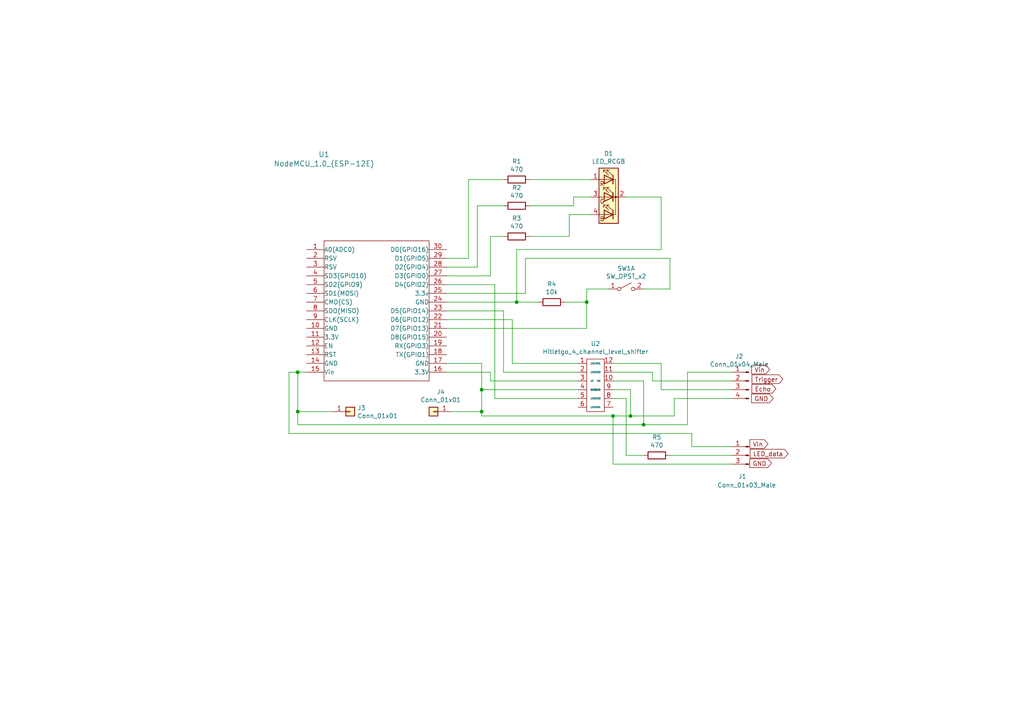
<source format=kicad_sch>
(kicad_sch (version 20211123) (generator eeschema)

  (uuid e9bb29b2-2bb9-4ea2-acd9-2bb3ca677a12)

  (paper "A4")

  (lib_symbols
    (symbol "Connector:Conn_01x03_Male" (pin_names (offset 1.016) hide) (in_bom yes) (on_board yes)
      (property "Reference" "J" (id 0) (at 0 5.08 0)
        (effects (font (size 1.27 1.27)))
      )
      (property "Value" "Conn_01x03_Male" (id 1) (at 0 -5.08 0)
        (effects (font (size 1.27 1.27)))
      )
      (property "Footprint" "" (id 2) (at 0 0 0)
        (effects (font (size 1.27 1.27)) hide)
      )
      (property "Datasheet" "~" (id 3) (at 0 0 0)
        (effects (font (size 1.27 1.27)) hide)
      )
      (property "ki_keywords" "connector" (id 4) (at 0 0 0)
        (effects (font (size 1.27 1.27)) hide)
      )
      (property "ki_description" "Generic connector, single row, 01x03, script generated (kicad-library-utils/schlib/autogen/connector/)" (id 5) (at 0 0 0)
        (effects (font (size 1.27 1.27)) hide)
      )
      (property "ki_fp_filters" "Connector*:*_1x??_*" (id 6) (at 0 0 0)
        (effects (font (size 1.27 1.27)) hide)
      )
      (symbol "Conn_01x03_Male_1_1"
        (polyline
          (pts
            (xy 1.27 -2.54)
            (xy 0.8636 -2.54)
          )
          (stroke (width 0.1524) (type default) (color 0 0 0 0))
          (fill (type none))
        )
        (polyline
          (pts
            (xy 1.27 0)
            (xy 0.8636 0)
          )
          (stroke (width 0.1524) (type default) (color 0 0 0 0))
          (fill (type none))
        )
        (polyline
          (pts
            (xy 1.27 2.54)
            (xy 0.8636 2.54)
          )
          (stroke (width 0.1524) (type default) (color 0 0 0 0))
          (fill (type none))
        )
        (rectangle (start 0.8636 -2.413) (end 0 -2.667)
          (stroke (width 0.1524) (type default) (color 0 0 0 0))
          (fill (type outline))
        )
        (rectangle (start 0.8636 0.127) (end 0 -0.127)
          (stroke (width 0.1524) (type default) (color 0 0 0 0))
          (fill (type outline))
        )
        (rectangle (start 0.8636 2.667) (end 0 2.413)
          (stroke (width 0.1524) (type default) (color 0 0 0 0))
          (fill (type outline))
        )
        (pin passive line (at 5.08 2.54 180) (length 3.81)
          (name "Pin_1" (effects (font (size 1.27 1.27))))
          (number "1" (effects (font (size 1.27 1.27))))
        )
        (pin passive line (at 5.08 0 180) (length 3.81)
          (name "Pin_2" (effects (font (size 1.27 1.27))))
          (number "2" (effects (font (size 1.27 1.27))))
        )
        (pin passive line (at 5.08 -2.54 180) (length 3.81)
          (name "Pin_3" (effects (font (size 1.27 1.27))))
          (number "3" (effects (font (size 1.27 1.27))))
        )
      )
    )
    (symbol "Connector:Conn_01x04_Male" (pin_names (offset 1.016) hide) (in_bom yes) (on_board yes)
      (property "Reference" "J" (id 0) (at 0 5.08 0)
        (effects (font (size 1.27 1.27)))
      )
      (property "Value" "Conn_01x04_Male" (id 1) (at 0 -7.62 0)
        (effects (font (size 1.27 1.27)))
      )
      (property "Footprint" "" (id 2) (at 0 0 0)
        (effects (font (size 1.27 1.27)) hide)
      )
      (property "Datasheet" "~" (id 3) (at 0 0 0)
        (effects (font (size 1.27 1.27)) hide)
      )
      (property "ki_keywords" "connector" (id 4) (at 0 0 0)
        (effects (font (size 1.27 1.27)) hide)
      )
      (property "ki_description" "Generic connector, single row, 01x04, script generated (kicad-library-utils/schlib/autogen/connector/)" (id 5) (at 0 0 0)
        (effects (font (size 1.27 1.27)) hide)
      )
      (property "ki_fp_filters" "Connector*:*_1x??_*" (id 6) (at 0 0 0)
        (effects (font (size 1.27 1.27)) hide)
      )
      (symbol "Conn_01x04_Male_1_1"
        (polyline
          (pts
            (xy 1.27 -5.08)
            (xy 0.8636 -5.08)
          )
          (stroke (width 0.1524) (type default) (color 0 0 0 0))
          (fill (type none))
        )
        (polyline
          (pts
            (xy 1.27 -2.54)
            (xy 0.8636 -2.54)
          )
          (stroke (width 0.1524) (type default) (color 0 0 0 0))
          (fill (type none))
        )
        (polyline
          (pts
            (xy 1.27 0)
            (xy 0.8636 0)
          )
          (stroke (width 0.1524) (type default) (color 0 0 0 0))
          (fill (type none))
        )
        (polyline
          (pts
            (xy 1.27 2.54)
            (xy 0.8636 2.54)
          )
          (stroke (width 0.1524) (type default) (color 0 0 0 0))
          (fill (type none))
        )
        (rectangle (start 0.8636 -4.953) (end 0 -5.207)
          (stroke (width 0.1524) (type default) (color 0 0 0 0))
          (fill (type outline))
        )
        (rectangle (start 0.8636 -2.413) (end 0 -2.667)
          (stroke (width 0.1524) (type default) (color 0 0 0 0))
          (fill (type outline))
        )
        (rectangle (start 0.8636 0.127) (end 0 -0.127)
          (stroke (width 0.1524) (type default) (color 0 0 0 0))
          (fill (type outline))
        )
        (rectangle (start 0.8636 2.667) (end 0 2.413)
          (stroke (width 0.1524) (type default) (color 0 0 0 0))
          (fill (type outline))
        )
        (pin passive line (at 5.08 2.54 180) (length 3.81)
          (name "Pin_1" (effects (font (size 1.27 1.27))))
          (number "1" (effects (font (size 1.27 1.27))))
        )
        (pin passive line (at 5.08 0 180) (length 3.81)
          (name "Pin_2" (effects (font (size 1.27 1.27))))
          (number "2" (effects (font (size 1.27 1.27))))
        )
        (pin passive line (at 5.08 -2.54 180) (length 3.81)
          (name "Pin_3" (effects (font (size 1.27 1.27))))
          (number "3" (effects (font (size 1.27 1.27))))
        )
        (pin passive line (at 5.08 -5.08 180) (length 3.81)
          (name "Pin_4" (effects (font (size 1.27 1.27))))
          (number "4" (effects (font (size 1.27 1.27))))
        )
      )
    )
    (symbol "Connector_Generic:Conn_01x01" (pin_names (offset 1.016) hide) (in_bom yes) (on_board yes)
      (property "Reference" "J" (id 0) (at 0 2.54 0)
        (effects (font (size 1.27 1.27)))
      )
      (property "Value" "Conn_01x01" (id 1) (at 0 -2.54 0)
        (effects (font (size 1.27 1.27)))
      )
      (property "Footprint" "" (id 2) (at 0 0 0)
        (effects (font (size 1.27 1.27)) hide)
      )
      (property "Datasheet" "~" (id 3) (at 0 0 0)
        (effects (font (size 1.27 1.27)) hide)
      )
      (property "ki_keywords" "connector" (id 4) (at 0 0 0)
        (effects (font (size 1.27 1.27)) hide)
      )
      (property "ki_description" "Generic connector, single row, 01x01, script generated (kicad-library-utils/schlib/autogen/connector/)" (id 5) (at 0 0 0)
        (effects (font (size 1.27 1.27)) hide)
      )
      (property "ki_fp_filters" "Connector*:*_1x??_*" (id 6) (at 0 0 0)
        (effects (font (size 1.27 1.27)) hide)
      )
      (symbol "Conn_01x01_1_1"
        (rectangle (start -1.27 0.127) (end 0 -0.127)
          (stroke (width 0.1524) (type default) (color 0 0 0 0))
          (fill (type none))
        )
        (rectangle (start -1.27 1.27) (end 1.27 -1.27)
          (stroke (width 0.254) (type default) (color 0 0 0 0))
          (fill (type background))
        )
        (pin passive line (at -5.08 0 0) (length 3.81)
          (name "Pin_1" (effects (font (size 1.27 1.27))))
          (number "1" (effects (font (size 1.27 1.27))))
        )
      )
    )
    (symbol "Device:LED_RKGB" (pin_names (offset 0) hide) (in_bom yes) (on_board yes)
      (property "Reference" "D" (id 0) (at 0 9.398 0)
        (effects (font (size 1.27 1.27)))
      )
      (property "Value" "LED_RKGB" (id 1) (at 0 -8.89 0)
        (effects (font (size 1.27 1.27)))
      )
      (property "Footprint" "" (id 2) (at 0 -1.27 0)
        (effects (font (size 1.27 1.27)) hide)
      )
      (property "Datasheet" "~" (id 3) (at 0 -1.27 0)
        (effects (font (size 1.27 1.27)) hide)
      )
      (property "ki_keywords" "LED RGB diode" (id 4) (at 0 0 0)
        (effects (font (size 1.27 1.27)) hide)
      )
      (property "ki_description" "RGB LED, red/cathode/green/blue" (id 5) (at 0 0 0)
        (effects (font (size 1.27 1.27)) hide)
      )
      (property "ki_fp_filters" "LED* LED_SMD:* LED_THT:*" (id 6) (at 0 0 0)
        (effects (font (size 1.27 1.27)) hide)
      )
      (symbol "LED_RKGB_0_0"
        (text "B" (at 1.905 -6.35 0)
          (effects (font (size 1.27 1.27)))
        )
        (text "G" (at 1.905 -1.27 0)
          (effects (font (size 1.27 1.27)))
        )
        (text "R" (at 1.905 3.81 0)
          (effects (font (size 1.27 1.27)))
        )
      )
      (symbol "LED_RKGB_0_1"
        (circle (center -2.032 0) (radius 0.254)
          (stroke (width 0) (type default) (color 0 0 0 0))
          (fill (type outline))
        )
        (polyline
          (pts
            (xy -1.27 -5.08)
            (xy 1.27 -5.08)
          )
          (stroke (width 0) (type default) (color 0 0 0 0))
          (fill (type none))
        )
        (polyline
          (pts
            (xy -1.27 -3.81)
            (xy -1.27 -6.35)
          )
          (stroke (width 0.254) (type default) (color 0 0 0 0))
          (fill (type none))
        )
        (polyline
          (pts
            (xy -1.27 0)
            (xy -2.54 0)
          )
          (stroke (width 0) (type default) (color 0 0 0 0))
          (fill (type none))
        )
        (polyline
          (pts
            (xy -1.27 1.27)
            (xy -1.27 -1.27)
          )
          (stroke (width 0.254) (type default) (color 0 0 0 0))
          (fill (type none))
        )
        (polyline
          (pts
            (xy -1.27 5.08)
            (xy 1.27 5.08)
          )
          (stroke (width 0) (type default) (color 0 0 0 0))
          (fill (type none))
        )
        (polyline
          (pts
            (xy -1.27 6.35)
            (xy -1.27 3.81)
          )
          (stroke (width 0.254) (type default) (color 0 0 0 0))
          (fill (type none))
        )
        (polyline
          (pts
            (xy 1.27 -5.08)
            (xy 2.54 -5.08)
          )
          (stroke (width 0) (type default) (color 0 0 0 0))
          (fill (type none))
        )
        (polyline
          (pts
            (xy 1.27 0)
            (xy -1.27 0)
          )
          (stroke (width 0) (type default) (color 0 0 0 0))
          (fill (type none))
        )
        (polyline
          (pts
            (xy 1.27 0)
            (xy 2.54 0)
          )
          (stroke (width 0) (type default) (color 0 0 0 0))
          (fill (type none))
        )
        (polyline
          (pts
            (xy 1.27 5.08)
            (xy 2.54 5.08)
          )
          (stroke (width 0) (type default) (color 0 0 0 0))
          (fill (type none))
        )
        (polyline
          (pts
            (xy -1.27 1.27)
            (xy -1.27 -1.27)
            (xy -1.27 -1.27)
          )
          (stroke (width 0) (type default) (color 0 0 0 0))
          (fill (type none))
        )
        (polyline
          (pts
            (xy -1.27 6.35)
            (xy -1.27 3.81)
            (xy -1.27 3.81)
          )
          (stroke (width 0) (type default) (color 0 0 0 0))
          (fill (type none))
        )
        (polyline
          (pts
            (xy -1.27 5.08)
            (xy -2.032 5.08)
            (xy -2.032 -5.08)
            (xy -1.016 -5.08)
          )
          (stroke (width 0) (type default) (color 0 0 0 0))
          (fill (type none))
        )
        (polyline
          (pts
            (xy 1.27 -3.81)
            (xy 1.27 -6.35)
            (xy -1.27 -5.08)
            (xy 1.27 -3.81)
          )
          (stroke (width 0.254) (type default) (color 0 0 0 0))
          (fill (type none))
        )
        (polyline
          (pts
            (xy 1.27 1.27)
            (xy 1.27 -1.27)
            (xy -1.27 0)
            (xy 1.27 1.27)
          )
          (stroke (width 0.254) (type default) (color 0 0 0 0))
          (fill (type none))
        )
        (polyline
          (pts
            (xy 1.27 6.35)
            (xy 1.27 3.81)
            (xy -1.27 5.08)
            (xy 1.27 6.35)
          )
          (stroke (width 0.254) (type default) (color 0 0 0 0))
          (fill (type none))
        )
        (polyline
          (pts
            (xy -1.016 -3.81)
            (xy 0.508 -2.286)
            (xy -0.254 -2.286)
            (xy 0.508 -2.286)
            (xy 0.508 -3.048)
          )
          (stroke (width 0) (type default) (color 0 0 0 0))
          (fill (type none))
        )
        (polyline
          (pts
            (xy -1.016 1.27)
            (xy 0.508 2.794)
            (xy -0.254 2.794)
            (xy 0.508 2.794)
            (xy 0.508 2.032)
          )
          (stroke (width 0) (type default) (color 0 0 0 0))
          (fill (type none))
        )
        (polyline
          (pts
            (xy -1.016 6.35)
            (xy 0.508 7.874)
            (xy -0.254 7.874)
            (xy 0.508 7.874)
            (xy 0.508 7.112)
          )
          (stroke (width 0) (type default) (color 0 0 0 0))
          (fill (type none))
        )
        (polyline
          (pts
            (xy 0 -3.81)
            (xy 1.524 -2.286)
            (xy 0.762 -2.286)
            (xy 1.524 -2.286)
            (xy 1.524 -3.048)
          )
          (stroke (width 0) (type default) (color 0 0 0 0))
          (fill (type none))
        )
        (polyline
          (pts
            (xy 0 1.27)
            (xy 1.524 2.794)
            (xy 0.762 2.794)
            (xy 1.524 2.794)
            (xy 1.524 2.032)
          )
          (stroke (width 0) (type default) (color 0 0 0 0))
          (fill (type none))
        )
        (polyline
          (pts
            (xy 0 6.35)
            (xy 1.524 7.874)
            (xy 0.762 7.874)
            (xy 1.524 7.874)
            (xy 1.524 7.112)
          )
          (stroke (width 0) (type default) (color 0 0 0 0))
          (fill (type none))
        )
        (rectangle (start 1.27 -1.27) (end 1.27 1.27)
          (stroke (width 0) (type default) (color 0 0 0 0))
          (fill (type none))
        )
        (rectangle (start 1.27 1.27) (end 1.27 1.27)
          (stroke (width 0) (type default) (color 0 0 0 0))
          (fill (type none))
        )
        (rectangle (start 1.27 3.81) (end 1.27 6.35)
          (stroke (width 0) (type default) (color 0 0 0 0))
          (fill (type none))
        )
        (rectangle (start 1.27 6.35) (end 1.27 6.35)
          (stroke (width 0) (type default) (color 0 0 0 0))
          (fill (type none))
        )
        (rectangle (start 2.794 8.382) (end -2.794 -7.62)
          (stroke (width 0.254) (type default) (color 0 0 0 0))
          (fill (type background))
        )
      )
      (symbol "LED_RKGB_1_1"
        (pin passive line (at 5.08 5.08 180) (length 2.54)
          (name "RA" (effects (font (size 1.27 1.27))))
          (number "1" (effects (font (size 1.27 1.27))))
        )
        (pin passive line (at -5.08 0 0) (length 2.54)
          (name "K" (effects (font (size 1.27 1.27))))
          (number "2" (effects (font (size 1.27 1.27))))
        )
        (pin passive line (at 5.08 0 180) (length 2.54)
          (name "GA" (effects (font (size 1.27 1.27))))
          (number "3" (effects (font (size 1.27 1.27))))
        )
        (pin passive line (at 5.08 -5.08 180) (length 2.54)
          (name "BA" (effects (font (size 1.27 1.27))))
          (number "4" (effects (font (size 1.27 1.27))))
        )
      )
    )
    (symbol "Device:R" (pin_numbers hide) (pin_names (offset 0)) (in_bom yes) (on_board yes)
      (property "Reference" "R" (id 0) (at 2.032 0 90)
        (effects (font (size 1.27 1.27)))
      )
      (property "Value" "R" (id 1) (at 0 0 90)
        (effects (font (size 1.27 1.27)))
      )
      (property "Footprint" "" (id 2) (at -1.778 0 90)
        (effects (font (size 1.27 1.27)) hide)
      )
      (property "Datasheet" "~" (id 3) (at 0 0 0)
        (effects (font (size 1.27 1.27)) hide)
      )
      (property "ki_keywords" "R res resistor" (id 4) (at 0 0 0)
        (effects (font (size 1.27 1.27)) hide)
      )
      (property "ki_description" "Resistor" (id 5) (at 0 0 0)
        (effects (font (size 1.27 1.27)) hide)
      )
      (property "ki_fp_filters" "R_*" (id 6) (at 0 0 0)
        (effects (font (size 1.27 1.27)) hide)
      )
      (symbol "R_0_1"
        (rectangle (start -1.016 -2.54) (end 1.016 2.54)
          (stroke (width 0.254) (type default) (color 0 0 0 0))
          (fill (type none))
        )
      )
      (symbol "R_1_1"
        (pin passive line (at 0 3.81 270) (length 1.27)
          (name "~" (effects (font (size 1.27 1.27))))
          (number "1" (effects (font (size 1.27 1.27))))
        )
        (pin passive line (at 0 -3.81 90) (length 1.27)
          (name "~" (effects (font (size 1.27 1.27))))
          (number "2" (effects (font (size 1.27 1.27))))
        )
      )
    )
    (symbol "Switch:SW_DPST_x2" (pin_names (offset 0) hide) (in_bom yes) (on_board yes)
      (property "Reference" "SW" (id 0) (at 0 3.175 0)
        (effects (font (size 1.27 1.27)))
      )
      (property "Value" "SW_DPST_x2" (id 1) (at 0 -2.54 0)
        (effects (font (size 1.27 1.27)))
      )
      (property "Footprint" "" (id 2) (at 0 0 0)
        (effects (font (size 1.27 1.27)) hide)
      )
      (property "Datasheet" "~" (id 3) (at 0 0 0)
        (effects (font (size 1.27 1.27)) hide)
      )
      (property "ki_keywords" "switch lever" (id 4) (at 0 0 0)
        (effects (font (size 1.27 1.27)) hide)
      )
      (property "ki_description" "Single Pole Single Throw (SPST) switch, separate symbol" (id 5) (at 0 0 0)
        (effects (font (size 1.27 1.27)) hide)
      )
      (symbol "SW_DPST_x2_0_0"
        (circle (center -2.032 0) (radius 0.508)
          (stroke (width 0) (type default) (color 0 0 0 0))
          (fill (type none))
        )
        (polyline
          (pts
            (xy -1.524 0.254)
            (xy 1.524 1.778)
          )
          (stroke (width 0) (type default) (color 0 0 0 0))
          (fill (type none))
        )
        (circle (center 2.032 0) (radius 0.508)
          (stroke (width 0) (type default) (color 0 0 0 0))
          (fill (type none))
        )
      )
      (symbol "SW_DPST_x2_1_1"
        (pin passive line (at -5.08 0 0) (length 2.54)
          (name "A" (effects (font (size 1.27 1.27))))
          (number "1" (effects (font (size 1.27 1.27))))
        )
        (pin passive line (at 5.08 0 180) (length 2.54)
          (name "B" (effects (font (size 1.27 1.27))))
          (number "2" (effects (font (size 1.27 1.27))))
        )
      )
      (symbol "SW_DPST_x2_2_1"
        (pin passive line (at -5.08 0 0) (length 2.54)
          (name "A" (effects (font (size 1.27 1.27))))
          (number "3" (effects (font (size 1.27 1.27))))
        )
        (pin passive line (at 5.08 0 180) (length 2.54)
          (name "B" (effects (font (size 1.27 1.27))))
          (number "4" (effects (font (size 1.27 1.27))))
        )
      )
    )
    (symbol "Tonys_KiCAD_symbol_library:Hitletgo_4_channel_level_shifter" (pin_names (offset 1.016)) (in_bom yes) (on_board yes)
      (property "Reference" "U" (id 0) (at 5.08 3.81 0)
        (effects (font (size 1.27 1.27)))
      )
      (property "Value" "Hitletgo_4_channel_level_shifter" (id 1) (at 5.08 6.35 0)
        (effects (font (size 1.27 1.27)))
      )
      (property "Footprint" "" (id 2) (at 0 0 0)
        (effects (font (size 1.27 1.27)) hide)
      )
      (property "Datasheet" "" (id 3) (at 0 0 0)
        (effects (font (size 1.27 1.27)) hide)
      )
      (symbol "Hitletgo_4_channel_level_shifter_0_1"
        (rectangle (start 2.54 -13.97) (end 7.62 1.27)
          (stroke (width 0) (type default) (color 0 0 0 0))
          (fill (type none))
        )
      )
      (symbol "Hitletgo_4_channel_level_shifter_1_1"
        (pin bidirectional line (at 0 0 0) (length 2.54)
          (name "LV1" (effects (font (size 0.508 0.508))))
          (number "1" (effects (font (size 1.27 1.27))))
        )
        (pin input line (at 10.16 -5.08 180) (length 2.54)
          (name "HV" (effects (font (size 0.508 0.508))))
          (number "10" (effects (font (size 1.27 1.27))))
        )
        (pin bidirectional line (at 10.16 -2.54 180) (length 2.54)
          (name "HV2" (effects (font (size 0.508 0.508))))
          (number "11" (effects (font (size 1.27 1.27))))
        )
        (pin bidirectional line (at 10.16 0 180) (length 2.54)
          (name "HV1" (effects (font (size 0.508 0.508))))
          (number "12" (effects (font (size 1.27 1.27))))
        )
        (pin bidirectional line (at 0 -2.54 0) (length 2.54)
          (name "LV2" (effects (font (size 0.508 0.508))))
          (number "2" (effects (font (size 1.27 1.27))))
        )
        (pin power_in line (at 0 -5.08 0) (length 2.54)
          (name "LV" (effects (font (size 0.508 0.508))))
          (number "3" (effects (font (size 1.27 1.27))))
        )
        (pin input line (at 0 -7.62 0) (length 2.54)
          (name "GND" (effects (font (size 0.508 0.508))))
          (number "4" (effects (font (size 1.27 1.27))))
        )
        (pin bidirectional line (at 0 -10.16 0) (length 2.54)
          (name "LV3" (effects (font (size 0.508 0.508))))
          (number "5" (effects (font (size 1.27 1.27))))
        )
        (pin bidirectional line (at 0 -12.7 0) (length 2.54)
          (name "LV4" (effects (font (size 0.508 0.508))))
          (number "6" (effects (font (size 1.27 1.27))))
        )
        (pin bidirectional line (at 10.16 -12.7 180) (length 2.54)
          (name "HV4" (effects (font (size 0.508 0.508))))
          (number "7" (effects (font (size 1.27 1.27))))
        )
        (pin bidirectional line (at 10.16 -10.16 180) (length 2.54)
          (name "HV3" (effects (font (size 0.508 0.508))))
          (number "8" (effects (font (size 1.27 1.27))))
        )
        (pin power_in line (at 10.16 -7.62 180) (length 2.54)
          (name "GND" (effects (font (size 0.508 0.508))))
          (number "9" (effects (font (size 1.27 1.27))))
        )
      )
    )
    (symbol "Tonys_KiCAD_symbol_library:Tony_ESP8266_12-E" (pin_names (offset 0.002)) (in_bom yes) (on_board yes)
      (property "Reference" "U" (id 0) (at 11.43 3.81 0)
        (effects (font (size 1.27 1.27)))
      )
      (property "Value" "Tony_ESP8266_12-E" (id 1) (at 11.43 6.35 0)
        (effects (font (size 1.27 1.27)))
      )
      (property "Footprint" "" (id 2) (at 0 0 0)
        (effects (font (size 1.27 1.27)) hide)
      )
      (property "Datasheet" "" (id 3) (at 0 0 0)
        (effects (font (size 1.27 1.27)) hide)
      )
      (symbol "Tony_ESP8266_12-E_0_1"
        (rectangle (start 0 2.54) (end 30.48 -38.1)
          (stroke (width 0) (type default) (color 0 0 0 0))
          (fill (type none))
        )
      )
      (symbol "Tony_ESP8266_12-E_1_1"
        (pin bidirectional line (at -5.08 0 0) (length 5.08)
          (name "A0(ADC0)" (effects (font (size 1.27 1.27))))
          (number "1" (effects (font (size 1.27 1.27))))
        )
        (pin bidirectional line (at -5.08 -22.86 0) (length 5.08)
          (name "GND" (effects (font (size 1.27 1.27))))
          (number "10" (effects (font (size 1.27 1.27))))
        )
        (pin bidirectional line (at -5.08 -25.4 0) (length 5.08)
          (name "3.3V" (effects (font (size 1.27 1.27))))
          (number "11" (effects (font (size 1.27 1.27))))
        )
        (pin bidirectional line (at -5.08 -27.94 0) (length 5.08)
          (name "EN" (effects (font (size 1.27 1.27))))
          (number "12" (effects (font (size 1.27 1.27))))
        )
        (pin bidirectional line (at -5.08 -30.48 0) (length 5.08)
          (name "RST" (effects (font (size 1.27 1.27))))
          (number "13" (effects (font (size 1.27 1.27))))
        )
        (pin bidirectional line (at -5.08 -33.02 0) (length 5.08)
          (name "GND" (effects (font (size 1.27 1.27))))
          (number "14" (effects (font (size 1.27 1.27))))
        )
        (pin bidirectional line (at -5.08 -35.56 0) (length 5.08)
          (name "Vin" (effects (font (size 1.27 1.27))))
          (number "15" (effects (font (size 1.27 1.27))))
        )
        (pin bidirectional line (at 35.56 -35.56 180) (length 5.08)
          (name "3.3V" (effects (font (size 1.27 1.27))))
          (number "16" (effects (font (size 1.27 1.27))))
        )
        (pin bidirectional line (at 35.56 -33.02 180) (length 5.08)
          (name "GND" (effects (font (size 1.27 1.27))))
          (number "17" (effects (font (size 1.27 1.27))))
        )
        (pin bidirectional line (at 35.56 -30.48 180) (length 5.08)
          (name "TX(GPIO1)" (effects (font (size 1.27 1.27))))
          (number "18" (effects (font (size 1.27 1.27))))
        )
        (pin bidirectional line (at 35.56 -27.94 180) (length 5.08)
          (name "RX(GPIO3)" (effects (font (size 1.27 1.27))))
          (number "19" (effects (font (size 1.27 1.27))))
        )
        (pin bidirectional line (at -5.08 -2.54 0) (length 5.08)
          (name "RSV" (effects (font (size 1.27 1.27))))
          (number "2" (effects (font (size 1.27 1.27))))
        )
        (pin bidirectional line (at 35.56 -25.4 180) (length 5.08)
          (name "D8(GPIO15)" (effects (font (size 1.27 1.27))))
          (number "20" (effects (font (size 1.27 1.27))))
        )
        (pin bidirectional line (at 35.56 -22.86 180) (length 5.08)
          (name "D7(GPIO13)" (effects (font (size 1.27 1.27))))
          (number "21" (effects (font (size 1.27 1.27))))
        )
        (pin bidirectional line (at 35.56 -20.32 180) (length 5.08)
          (name "D6(GPIO12)" (effects (font (size 1.27 1.27))))
          (number "22" (effects (font (size 1.27 1.27))))
        )
        (pin bidirectional line (at 35.56 -17.78 180) (length 5.08)
          (name "D5(GPIO14)" (effects (font (size 1.27 1.27))))
          (number "23" (effects (font (size 1.27 1.27))))
        )
        (pin bidirectional line (at 35.56 -15.24 180) (length 5.08)
          (name "GND" (effects (font (size 1.27 1.27))))
          (number "24" (effects (font (size 1.27 1.27))))
        )
        (pin bidirectional line (at 35.56 -12.7 180) (length 5.08)
          (name "3.3v" (effects (font (size 1.27 1.27))))
          (number "25" (effects (font (size 1.27 1.27))))
        )
        (pin bidirectional line (at 35.56 -10.16 180) (length 5.08)
          (name "D4(GPIO2)" (effects (font (size 1.27 1.27))))
          (number "26" (effects (font (size 1.27 1.27))))
        )
        (pin bidirectional line (at 35.56 -7.62 180) (length 5.08)
          (name "D3(GPIO0)" (effects (font (size 1.27 1.27))))
          (number "27" (effects (font (size 1.27 1.27))))
        )
        (pin bidirectional line (at 35.56 -5.08 180) (length 5.08)
          (name "D2(GPIO4)" (effects (font (size 1.27 1.27))))
          (number "28" (effects (font (size 1.27 1.27))))
        )
        (pin bidirectional line (at 35.56 -2.54 180) (length 5.08)
          (name "D1(GPIO5)" (effects (font (size 1.27 1.27))))
          (number "29" (effects (font (size 1.27 1.27))))
        )
        (pin bidirectional line (at -5.08 -5.08 0) (length 5.08)
          (name "RSV" (effects (font (size 1.27 1.27))))
          (number "3" (effects (font (size 1.27 1.27))))
        )
        (pin bidirectional line (at 35.56 0 180) (length 5.08)
          (name "D0(GPIO16)" (effects (font (size 1.27 1.27))))
          (number "30" (effects (font (size 1.27 1.27))))
        )
        (pin bidirectional line (at -5.08 -7.62 0) (length 5.08)
          (name "SD3(GPIO10)" (effects (font (size 1.27 1.27))))
          (number "4" (effects (font (size 1.27 1.27))))
        )
        (pin bidirectional line (at -5.08 -10.16 0) (length 5.08)
          (name "SD2(GPIO9)" (effects (font (size 1.27 1.27))))
          (number "5" (effects (font (size 1.27 1.27))))
        )
        (pin bidirectional line (at -5.08 -12.7 0) (length 5.08)
          (name "SD1(MOSI)" (effects (font (size 1.27 1.27))))
          (number "6" (effects (font (size 1.27 1.27))))
        )
        (pin bidirectional line (at -5.08 -15.24 0) (length 5.08)
          (name "CMD(CS)" (effects (font (size 1.27 1.27))))
          (number "7" (effects (font (size 1.27 1.27))))
        )
        (pin bidirectional line (at -5.08 -17.78 0) (length 5.08)
          (name "SDO(MISO)" (effects (font (size 1.27 1.27))))
          (number "8" (effects (font (size 1.27 1.27))))
        )
        (pin bidirectional line (at -5.08 -20.32 0) (length 5.08)
          (name "CLK(SCLK)" (effects (font (size 1.27 1.27))))
          (number "9" (effects (font (size 1.27 1.27))))
        )
      )
    )
  )

  (junction (at 170.18 87.63) (diameter 0) (color 0 0 0 0)
    (uuid 11d998c8-ac92-4359-96f0-adb6803adb31)
  )
  (junction (at 149.86 87.63) (diameter 0) (color 0 0 0 0)
    (uuid 2bab8c88-dab5-4dee-ab13-2da69231d870)
  )
  (junction (at 86.36 107.95) (diameter 0) (color 0 0 0 0)
    (uuid 3b046cd7-3480-468c-84a4-f6b1cff23fd2)
  )
  (junction (at 139.7 113.03) (diameter 0) (color 0 0 0 0)
    (uuid 7ece08f2-b534-4002-b535-b48e378d3964)
  )
  (junction (at 177.8 120.65) (diameter 0) (color 0 0 0 0)
    (uuid 850ac799-4c11-460d-bcfd-9abda9df7d90)
  )
  (junction (at 186.69 123.19) (diameter 0) (color 0 0 0 0)
    (uuid c856be81-e7e0-4ff4-b909-dcae378f8030)
  )
  (junction (at 182.88 120.65) (diameter 0) (color 0 0 0 0)
    (uuid cf4e362e-baf2-4af1-b123-ac9e67aaaa97)
  )
  (junction (at 86.36 119.38) (diameter 0) (color 0 0 0 0)
    (uuid e9aa3606-e9b3-4824-b90b-c4ed7b54eb05)
  )
  (junction (at 139.7 119.38) (diameter 0) (color 0 0 0 0)
    (uuid eb58bcc2-8259-464b-ae27-3d9adc5289f2)
  )

  (wire (pts (xy 152.4 85.09) (xy 152.4 74.93))
    (stroke (width 0) (type default) (color 0 0 0 0))
    (uuid 0487e90b-0af1-4a68-bf3e-8376fc69e961)
  )
  (wire (pts (xy 191.77 57.15) (xy 191.77 72.39))
    (stroke (width 0) (type default) (color 0 0 0 0))
    (uuid 0bb11eb9-3fdd-40f9-8f79-ccc59220cb22)
  )
  (wire (pts (xy 152.4 74.93) (xy 194.31 74.93))
    (stroke (width 0) (type default) (color 0 0 0 0))
    (uuid 0bd4e476-40fa-4be1-8fcd-0476e30b16df)
  )
  (wire (pts (xy 191.77 105.41) (xy 191.77 113.03))
    (stroke (width 0) (type default) (color 0 0 0 0))
    (uuid 1680c791-9c96-4aa8-93b2-3d8249d97de6)
  )
  (wire (pts (xy 194.31 132.08) (xy 212.09 132.08))
    (stroke (width 0) (type default) (color 0 0 0 0))
    (uuid 169c0f09-388b-4320-a6c4-5368635bce1b)
  )
  (wire (pts (xy 143.51 115.57) (xy 143.51 82.55))
    (stroke (width 0) (type default) (color 0 0 0 0))
    (uuid 1e91d6af-57e8-4e83-8e91-a0da171f3a17)
  )
  (wire (pts (xy 181.61 57.15) (xy 191.77 57.15))
    (stroke (width 0) (type default) (color 0 0 0 0))
    (uuid 20d21d64-91fd-4413-926d-23e33e7b3348)
  )
  (wire (pts (xy 146.05 52.07) (xy 135.89 52.07))
    (stroke (width 0) (type default) (color 0 0 0 0))
    (uuid 20ef98e6-ac38-4cb8-a9f4-a07fd851e99b)
  )
  (wire (pts (xy 167.64 110.49) (xy 142.24 110.49))
    (stroke (width 0) (type default) (color 0 0 0 0))
    (uuid 2358b1d5-60b7-4470-ad90-3636b290e2fd)
  )
  (wire (pts (xy 86.36 119.38) (xy 86.36 107.95))
    (stroke (width 0) (type default) (color 0 0 0 0))
    (uuid 2493de45-4d97-4286-b256-935ef19213fa)
  )
  (wire (pts (xy 142.24 80.01) (xy 129.54 80.01))
    (stroke (width 0) (type default) (color 0 0 0 0))
    (uuid 28afb4bf-02d8-418e-8b48-d5e56e7de4d1)
  )
  (wire (pts (xy 199.39 123.19) (xy 186.69 123.19))
    (stroke (width 0) (type default) (color 0 0 0 0))
    (uuid 2d4dab27-decd-412e-a6eb-d3a504f28ba5)
  )
  (wire (pts (xy 170.18 87.63) (xy 170.18 95.25))
    (stroke (width 0) (type default) (color 0 0 0 0))
    (uuid 2f9fcc6a-8c44-408a-ac0f-68e492203a01)
  )
  (wire (pts (xy 212.09 107.95) (xy 199.39 107.95))
    (stroke (width 0) (type default) (color 0 0 0 0))
    (uuid 31026115-1de3-4ecc-a565-a85d2429048a)
  )
  (wire (pts (xy 194.31 74.93) (xy 194.31 83.82))
    (stroke (width 0) (type default) (color 0 0 0 0))
    (uuid 3c0bb851-668e-46ab-bc70-c3e9a0d03abd)
  )
  (wire (pts (xy 146.05 59.69) (xy 138.43 59.69))
    (stroke (width 0) (type default) (color 0 0 0 0))
    (uuid 3e2bff01-3d6d-4d9a-bfec-2e44793af877)
  )
  (wire (pts (xy 142.24 110.49) (xy 142.24 107.95))
    (stroke (width 0) (type default) (color 0 0 0 0))
    (uuid 3f07324d-e3f4-47a3-bd90-bc615903e66c)
  )
  (wire (pts (xy 182.88 113.03) (xy 182.88 120.65))
    (stroke (width 0) (type default) (color 0 0 0 0))
    (uuid 40b4f870-1be8-4eca-8458-3de365539954)
  )
  (wire (pts (xy 167.64 107.95) (xy 146.05 107.95))
    (stroke (width 0) (type default) (color 0 0 0 0))
    (uuid 48372f14-952c-4ead-9841-6a6b01cb6ba9)
  )
  (wire (pts (xy 139.7 120.65) (xy 139.7 119.38))
    (stroke (width 0) (type default) (color 0 0 0 0))
    (uuid 4ae0c32f-a99f-416f-8d54-152b68cf79b8)
  )
  (wire (pts (xy 149.86 87.63) (xy 156.21 87.63))
    (stroke (width 0) (type default) (color 0 0 0 0))
    (uuid 4ca50135-adc9-46f6-900d-ab33a49d286d)
  )
  (wire (pts (xy 149.86 72.39) (xy 149.86 87.63))
    (stroke (width 0) (type default) (color 0 0 0 0))
    (uuid 4cec68c7-93f7-4039-bf31-a841aa998dec)
  )
  (wire (pts (xy 86.36 107.95) (xy 88.9 107.95))
    (stroke (width 0) (type default) (color 0 0 0 0))
    (uuid 4ef0f428-16a1-4939-91ae-05461cd97072)
  )
  (wire (pts (xy 142.24 68.58) (xy 146.05 68.58))
    (stroke (width 0) (type default) (color 0 0 0 0))
    (uuid 5417bdee-f242-41df-af1c-09eb84af072b)
  )
  (wire (pts (xy 191.77 113.03) (xy 212.09 113.03))
    (stroke (width 0) (type default) (color 0 0 0 0))
    (uuid 553cc4ed-e59d-4532-9450-042d80004c77)
  )
  (wire (pts (xy 195.58 120.65) (xy 182.88 120.65))
    (stroke (width 0) (type default) (color 0 0 0 0))
    (uuid 58b31a51-421d-4a72-b6f0-311be57254cd)
  )
  (wire (pts (xy 153.67 68.58) (xy 165.1 68.58))
    (stroke (width 0) (type default) (color 0 0 0 0))
    (uuid 5d9e62fc-c62e-4a01-ae76-985571ba85ec)
  )
  (wire (pts (xy 129.54 77.47) (xy 138.43 77.47))
    (stroke (width 0) (type default) (color 0 0 0 0))
    (uuid 7620796a-b20f-4a45-a326-61d052e1152d)
  )
  (wire (pts (xy 86.36 119.38) (xy 96.52 119.38))
    (stroke (width 0) (type default) (color 0 0 0 0))
    (uuid 76840b46-93a4-4b66-b6b7-cd180293b6ab)
  )
  (wire (pts (xy 177.8 120.65) (xy 139.7 120.65))
    (stroke (width 0) (type default) (color 0 0 0 0))
    (uuid 79555416-b7e6-45cc-b0c4-9bb04b8cd290)
  )
  (wire (pts (xy 167.64 115.57) (xy 143.51 115.57))
    (stroke (width 0) (type default) (color 0 0 0 0))
    (uuid 79752b45-385a-4a60-bbba-a4319309abd4)
  )
  (wire (pts (xy 166.37 59.69) (xy 153.67 59.69))
    (stroke (width 0) (type default) (color 0 0 0 0))
    (uuid 797ddeea-bb44-4663-a91b-a69284185a77)
  )
  (wire (pts (xy 212.09 110.49) (xy 189.23 110.49))
    (stroke (width 0) (type default) (color 0 0 0 0))
    (uuid 7ab410b3-5318-4412-8648-7975c0934c16)
  )
  (wire (pts (xy 166.37 57.15) (xy 166.37 59.69))
    (stroke (width 0) (type default) (color 0 0 0 0))
    (uuid 8182470b-88c4-4a88-8fcf-7e57d00a9ce1)
  )
  (wire (pts (xy 86.36 123.19) (xy 86.36 119.38))
    (stroke (width 0) (type default) (color 0 0 0 0))
    (uuid 8ed39ca6-8496-4f6e-af13-0e20dc162001)
  )
  (wire (pts (xy 135.89 52.07) (xy 135.89 74.93))
    (stroke (width 0) (type default) (color 0 0 0 0))
    (uuid 8f03d1cf-4b89-4968-827c-2d1370e8f17e)
  )
  (wire (pts (xy 171.45 62.23) (xy 165.1 62.23))
    (stroke (width 0) (type default) (color 0 0 0 0))
    (uuid 924012b0-0e67-44ed-afb5-ab3738c79f0b)
  )
  (wire (pts (xy 177.8 105.41) (xy 191.77 105.41))
    (stroke (width 0) (type default) (color 0 0 0 0))
    (uuid 92ebf8bc-ac05-4106-bac7-7690309e4760)
  )
  (wire (pts (xy 146.05 90.17) (xy 129.54 90.17))
    (stroke (width 0) (type default) (color 0 0 0 0))
    (uuid 99022d38-f6a1-43fe-929c-f06087176082)
  )
  (wire (pts (xy 200.66 125.73) (xy 83.82 125.73))
    (stroke (width 0) (type default) (color 0 0 0 0))
    (uuid 99f87103-dcf8-41f5-a885-354f9c9ea9fe)
  )
  (wire (pts (xy 177.8 113.03) (xy 182.88 113.03))
    (stroke (width 0) (type default) (color 0 0 0 0))
    (uuid 9ae4023f-cf6d-4101-8f29-793dcdd72821)
  )
  (wire (pts (xy 148.59 105.41) (xy 148.59 92.71))
    (stroke (width 0) (type default) (color 0 0 0 0))
    (uuid 9eb9c20b-22e7-4b0a-97e7-df2da8afe24c)
  )
  (wire (pts (xy 200.66 129.54) (xy 200.66 125.73))
    (stroke (width 0) (type default) (color 0 0 0 0))
    (uuid 9f43516f-bd96-432f-af9b-acd9329ab2f3)
  )
  (wire (pts (xy 176.53 83.82) (xy 170.18 83.82))
    (stroke (width 0) (type default) (color 0 0 0 0))
    (uuid a38f3cd3-7834-4654-ae40-c52d45bcbcef)
  )
  (wire (pts (xy 139.7 113.03) (xy 139.7 105.41))
    (stroke (width 0) (type default) (color 0 0 0 0))
    (uuid a3f098b5-7cab-4437-ad9d-27bb93130de6)
  )
  (wire (pts (xy 167.64 105.41) (xy 148.59 105.41))
    (stroke (width 0) (type default) (color 0 0 0 0))
    (uuid a8be5c81-adb5-4b23-a634-737da7a71210)
  )
  (wire (pts (xy 143.51 82.55) (xy 129.54 82.55))
    (stroke (width 0) (type default) (color 0 0 0 0))
    (uuid a8f0f03a-27c0-4fb1-8d46-e8fce85aae25)
  )
  (wire (pts (xy 135.89 74.93) (xy 129.54 74.93))
    (stroke (width 0) (type default) (color 0 0 0 0))
    (uuid b05fc76f-dcd8-4069-83de-7870e5b1ffa3)
  )
  (wire (pts (xy 170.18 83.82) (xy 170.18 87.63))
    (stroke (width 0) (type default) (color 0 0 0 0))
    (uuid b46829c0-32a9-4d9d-8ac6-25aa79315430)
  )
  (wire (pts (xy 129.54 85.09) (xy 152.4 85.09))
    (stroke (width 0) (type default) (color 0 0 0 0))
    (uuid b5c39b4a-2f31-423a-9fb1-fbe62967e3b7)
  )
  (wire (pts (xy 130.81 119.38) (xy 139.7 119.38))
    (stroke (width 0) (type default) (color 0 0 0 0))
    (uuid bad530b2-f552-48dd-833c-b136691dc551)
  )
  (wire (pts (xy 212.09 134.62) (xy 177.8 134.62))
    (stroke (width 0) (type default) (color 0 0 0 0))
    (uuid cb438d68-5315-4731-95af-c2c59950bfa5)
  )
  (wire (pts (xy 139.7 113.03) (xy 167.64 113.03))
    (stroke (width 0) (type default) (color 0 0 0 0))
    (uuid cc9fe72f-c04b-43a6-b286-a7b1b69434f7)
  )
  (wire (pts (xy 191.77 72.39) (xy 149.86 72.39))
    (stroke (width 0) (type default) (color 0 0 0 0))
    (uuid d0070b28-dbd2-4674-843b-c7d856cb6f4a)
  )
  (wire (pts (xy 177.8 134.62) (xy 177.8 120.65))
    (stroke (width 0) (type default) (color 0 0 0 0))
    (uuid d0b90e5b-ab73-4a20-9019-e3e3ea35c986)
  )
  (wire (pts (xy 199.39 107.95) (xy 199.39 123.19))
    (stroke (width 0) (type default) (color 0 0 0 0))
    (uuid d1bbc2fe-536a-4f4c-a62f-62a57b2c93d6)
  )
  (wire (pts (xy 83.82 107.95) (xy 86.36 107.95))
    (stroke (width 0) (type default) (color 0 0 0 0))
    (uuid d2ba1b7a-2578-4c24-92bf-648ab97f7bc8)
  )
  (wire (pts (xy 138.43 59.69) (xy 138.43 77.47))
    (stroke (width 0) (type default) (color 0 0 0 0))
    (uuid d466c001-4b65-4c33-9c54-5bb4f9478605)
  )
  (wire (pts (xy 186.69 110.49) (xy 186.69 123.19))
    (stroke (width 0) (type default) (color 0 0 0 0))
    (uuid d495ce35-7221-4f32-9106-a3e6dfb00891)
  )
  (wire (pts (xy 189.23 110.49) (xy 189.23 107.95))
    (stroke (width 0) (type default) (color 0 0 0 0))
    (uuid d7ccf33f-5892-4906-9d99-8ac1df30eb57)
  )
  (wire (pts (xy 170.18 95.25) (xy 129.54 95.25))
    (stroke (width 0) (type default) (color 0 0 0 0))
    (uuid d9e666da-666c-44f0-9566-fff9599b72c4)
  )
  (wire (pts (xy 181.61 115.57) (xy 181.61 132.08))
    (stroke (width 0) (type default) (color 0 0 0 0))
    (uuid da3d4ecd-d3d9-4403-b811-4a5da0160d6f)
  )
  (wire (pts (xy 186.69 123.19) (xy 86.36 123.19))
    (stroke (width 0) (type default) (color 0 0 0 0))
    (uuid dda55060-3fe5-457d-ace6-63e69e15d89e)
  )
  (wire (pts (xy 165.1 62.23) (xy 165.1 68.58))
    (stroke (width 0) (type default) (color 0 0 0 0))
    (uuid df410e12-2be1-4233-9749-4ba7306f8952)
  )
  (wire (pts (xy 177.8 110.49) (xy 186.69 110.49))
    (stroke (width 0) (type default) (color 0 0 0 0))
    (uuid df94741d-9173-4448-8710-13edf94ab9ef)
  )
  (wire (pts (xy 186.69 83.82) (xy 194.31 83.82))
    (stroke (width 0) (type default) (color 0 0 0 0))
    (uuid e2e94b39-51c9-45c4-9446-b8a1ecd3f8d6)
  )
  (wire (pts (xy 129.54 87.63) (xy 149.86 87.63))
    (stroke (width 0) (type default) (color 0 0 0 0))
    (uuid ea496f8f-a13c-4e93-a35d-28384d298616)
  )
  (wire (pts (xy 148.59 92.71) (xy 129.54 92.71))
    (stroke (width 0) (type default) (color 0 0 0 0))
    (uuid ea5e0712-f7c3-4a2e-bf0c-7e05d807565d)
  )
  (wire (pts (xy 142.24 68.58) (xy 142.24 80.01))
    (stroke (width 0) (type default) (color 0 0 0 0))
    (uuid ea7fc63c-0a17-4907-a0e2-4488e53739fc)
  )
  (wire (pts (xy 212.09 115.57) (xy 195.58 115.57))
    (stroke (width 0) (type default) (color 0 0 0 0))
    (uuid eec0479b-40aa-44b2-9268-a18031343575)
  )
  (wire (pts (xy 212.09 129.54) (xy 200.66 129.54))
    (stroke (width 0) (type default) (color 0 0 0 0))
    (uuid eedd3bfa-26ba-4b41-82e8-5ff0fa841b88)
  )
  (wire (pts (xy 139.7 119.38) (xy 139.7 113.03))
    (stroke (width 0) (type default) (color 0 0 0 0))
    (uuid ef817f68-b201-4aeb-9510-ea143a09a8b6)
  )
  (wire (pts (xy 146.05 107.95) (xy 146.05 90.17))
    (stroke (width 0) (type default) (color 0 0 0 0))
    (uuid efb831a4-d1d5-49f3-b5af-9481fba0be11)
  )
  (wire (pts (xy 163.83 87.63) (xy 170.18 87.63))
    (stroke (width 0) (type default) (color 0 0 0 0))
    (uuid f0223db8-a923-421a-95fe-19b3e13fc460)
  )
  (wire (pts (xy 182.88 120.65) (xy 177.8 120.65))
    (stroke (width 0) (type default) (color 0 0 0 0))
    (uuid f06a10c2-159c-40aa-a20e-e21d594d6795)
  )
  (wire (pts (xy 181.61 115.57) (xy 177.8 115.57))
    (stroke (width 0) (type default) (color 0 0 0 0))
    (uuid f527b9f6-f0de-44b9-b872-2ed7ead4743e)
  )
  (wire (pts (xy 153.67 52.07) (xy 171.45 52.07))
    (stroke (width 0) (type default) (color 0 0 0 0))
    (uuid f8991efe-f1cc-4032-bd95-bf5102bd979b)
  )
  (wire (pts (xy 142.24 107.95) (xy 129.54 107.95))
    (stroke (width 0) (type default) (color 0 0 0 0))
    (uuid f924c3bb-41f0-481f-bbe5-1459075c0140)
  )
  (wire (pts (xy 171.45 57.15) (xy 166.37 57.15))
    (stroke (width 0) (type default) (color 0 0 0 0))
    (uuid f984ad1b-ca3d-459d-97be-a87ebba87310)
  )
  (wire (pts (xy 83.82 125.73) (xy 83.82 107.95))
    (stroke (width 0) (type default) (color 0 0 0 0))
    (uuid f9927e51-4448-4fc4-9e03-633cdb0d36e0)
  )
  (wire (pts (xy 186.69 132.08) (xy 181.61 132.08))
    (stroke (width 0) (type default) (color 0 0 0 0))
    (uuid fadd01f0-b6b6-4b0d-8d03-444eb09d7d20)
  )
  (wire (pts (xy 195.58 115.57) (xy 195.58 120.65))
    (stroke (width 0) (type default) (color 0 0 0 0))
    (uuid fbeef33b-e15b-40e0-9982-262b44bff623)
  )
  (wire (pts (xy 189.23 107.95) (xy 177.8 107.95))
    (stroke (width 0) (type default) (color 0 0 0 0))
    (uuid fd9e9107-6dc6-4f4c-96a1-bc5c0989fa62)
  )
  (wire (pts (xy 139.7 105.41) (xy 129.54 105.41))
    (stroke (width 0) (type default) (color 0 0 0 0))
    (uuid fedd3a38-fa4b-44f7-bd33-a11bf1c9c262)
  )

  (global_label "GND" (shape input) (at 223.774 134.366 180) (fields_autoplaced)
    (effects (font (size 1.27 1.27)) (justify right))
    (uuid 01e9b6e7-adf9-4ee7-9447-a588630ee4a2)
    (property "Intersheet References" "${INTERSHEET_REFS}" (id 0) (at 0 0 0)
      (effects (font (size 1.27 1.27)) hide)
    )
  )
  (global_label "Trigger" (shape input) (at 227.076 109.982 180) (fields_autoplaced)
    (effects (font (size 1.27 1.27)) (justify right))
    (uuid 4a21e717-d46d-4d9e-8b98-af4ecb02d3ec)
    (property "Intersheet References" "${INTERSHEET_REFS}" (id 0) (at 0 0 0)
      (effects (font (size 1.27 1.27)) hide)
    )
  )
  (global_label "Vin" (shape input) (at 223.266 107.188 180) (fields_autoplaced)
    (effects (font (size 1.27 1.27)) (justify right))
    (uuid 4fb21471-41be-4be8-9687-66030f97befc)
    (property "Intersheet References" "${INTERSHEET_REFS}" (id 0) (at 0 0 0)
      (effects (font (size 1.27 1.27)) hide)
    )
  )
  (global_label "Echo" (shape input) (at 225.044 112.776 180) (fields_autoplaced)
    (effects (font (size 1.27 1.27)) (justify right))
    (uuid 60dcd1fe-7079-4cb8-b509-04558ccf5097)
    (property "Intersheet References" "${INTERSHEET_REFS}" (id 0) (at 0 0 0)
      (effects (font (size 1.27 1.27)) hide)
    )
  )
  (global_label "Vin" (shape input) (at 222.758 128.778 180) (fields_autoplaced)
    (effects (font (size 1.27 1.27)) (justify right))
    (uuid 85b7594c-358f-454b-b2ad-dd0b1d67ed76)
    (property "Intersheet References" "${INTERSHEET_REFS}" (id 0) (at 0 0 0)
      (effects (font (size 1.27 1.27)) hide)
    )
  )
  (global_label "LED_data" (shape input) (at 228.6 131.572 180) (fields_autoplaced)
    (effects (font (size 1.27 1.27)) (justify right))
    (uuid a5cd8da1-8f7f-4f80-bb23-0317de562222)
    (property "Intersheet References" "${INTERSHEET_REFS}" (id 0) (at 0 0 0)
      (effects (font (size 1.27 1.27)) hide)
    )
  )
  (global_label "GND" (shape input) (at 224.282 115.57 180) (fields_autoplaced)
    (effects (font (size 1.27 1.27)) (justify right))
    (uuid dde51ae5-b215-445e-92bb-4a12ec410531)
    (property "Intersheet References" "${INTERSHEET_REFS}" (id 0) (at 0 0 0)
      (effects (font (size 1.27 1.27)) hide)
    )
  )

  (symbol (lib_id "Tonys_KiCAD_symbol_library:Tony_ESP8266_12-E") (at 93.98 72.39 0) (unit 1)
    (in_bom yes) (on_board yes)
    (uuid 00000000-0000-0000-0000-000060621bcd)
    (property "Reference" "U1" (id 0) (at 93.98 44.7802 0)
      (effects (font (size 1.524 1.524)))
    )
    (property "Value" "NodeMCU_1.0_(ESP-12E)" (id 1) (at 93.98 47.4726 0)
      (effects (font (size 1.524 1.524)))
    )
    (property "Footprint" "ESP8266:Tony-NodeMCU" (id 2) (at 93.98 72.39 0)
      (effects (font (size 1.27 1.27)) hide)
    )
    (property "Datasheet" "" (id 3) (at 93.98 72.39 0)
      (effects (font (size 1.27 1.27)) hide)
    )
    (pin "1" (uuid 050d48e9-9c9f-4074-9634-4be54ebb343b))
    (pin "10" (uuid 55189f5b-7889-4985-930d-46eade675f1d))
    (pin "11" (uuid 2089e40a-bc36-4da8-b94f-f363a3f3f68e))
    (pin "12" (uuid a78d6641-e24d-44c7-af44-1349d82c3523))
    (pin "13" (uuid 7332496b-88c1-4785-8808-5ae916715f9d))
    (pin "14" (uuid 64be2d25-5b4f-4166-ad84-9dd313e4e2ff))
    (pin "15" (uuid fa620072-2454-4788-97cf-71c8630c6347))
    (pin "16" (uuid ec89ffff-2d78-45d2-8bc3-9a403f2f930f))
    (pin "17" (uuid 02c57ab7-e948-4de1-bb27-15815119b2ce))
    (pin "18" (uuid efe2de85-376a-41dd-b4f6-21b7b3edebea))
    (pin "19" (uuid 606c41ca-4cb7-485b-bccf-758651d9256f))
    (pin "2" (uuid 4071d458-542f-43b0-9485-c496e9d834a9))
    (pin "20" (uuid 67b07587-d28c-4d8f-8a7e-127075c375da))
    (pin "21" (uuid fed67de7-f580-4459-b75f-0db0ada9f28c))
    (pin "22" (uuid b37bab49-d8e7-4408-8abe-e12901d04f52))
    (pin "23" (uuid 45ec0838-9c37-45fa-9494-db87e2cb6cf3))
    (pin "24" (uuid 01e93ef1-7ddf-49fc-9e50-c72b76d14ade))
    (pin "25" (uuid 7fd0d7da-14ee-41c6-be3b-1e2feb31d084))
    (pin "26" (uuid 0e677c85-3782-4cac-898b-a79bb3ec6e2d))
    (pin "27" (uuid 93e67e65-f4b3-425f-80b2-bf2d393b29cb))
    (pin "28" (uuid 29ca7108-6229-439c-8900-722479d4cda9))
    (pin "29" (uuid f0416734-1b43-4706-b615-06b9baa0c961))
    (pin "3" (uuid 84fdc29c-d882-4ad0-a0b5-b27a4644e0e4))
    (pin "30" (uuid c9f23183-b409-4920-ae67-5001f9a1be10))
    (pin "4" (uuid e3b2a559-fbde-41b3-9e19-acd353dcc6f2))
    (pin "5" (uuid 18860542-cdce-4e4c-bf8c-fea2aa2220c4))
    (pin "6" (uuid 44ff1eae-2a8c-4741-b4fa-1842a404283c))
    (pin "7" (uuid 965e1910-25e5-4c7f-af8f-66d105534d68))
    (pin "8" (uuid c294579c-2af4-47df-b688-e2281743d4b8))
    (pin "9" (uuid c214c112-ba47-4f4c-9f55-652074e9b98a))
  )

  (symbol (lib_id "Device:LED_RKGB") (at 176.53 57.15 0) (mirror y) (unit 1)
    (in_bom yes) (on_board yes)
    (uuid 00000000-0000-0000-0000-000060623987)
    (property "Reference" "D1" (id 0) (at 176.53 44.5262 0))
    (property "Value" "LED_RCGB" (id 1) (at 176.53 46.8376 0))
    (property "Footprint" "LED_THT:LED_D5.0mm-4_RGB" (id 2) (at 176.53 58.42 0)
      (effects (font (size 1.27 1.27)) hide)
    )
    (property "Datasheet" "~" (id 3) (at 176.53 58.42 0)
      (effects (font (size 1.27 1.27)) hide)
    )
    (pin "1" (uuid 994e6eb4-13c4-4909-8f58-f804846f1ffc))
    (pin "2" (uuid 097ecc12-7bf3-4ae1-8b6a-4b90a1b122f3))
    (pin "3" (uuid d993959d-1a31-4151-afcc-0e2d4b96dc5d))
    (pin "4" (uuid d460bfea-79d9-4cb6-bea5-cf8cdd7a9c4f))
  )

  (symbol (lib_id "Device:R") (at 149.86 52.07 270) (unit 1)
    (in_bom yes) (on_board yes)
    (uuid 00000000-0000-0000-0000-000060625342)
    (property "Reference" "R1" (id 0) (at 149.86 46.8122 90))
    (property "Value" "470" (id 1) (at 149.86 49.1236 90))
    (property "Footprint" "Resistor_THT:R_Axial_DIN0207_L6.3mm_D2.5mm_P7.62mm_Horizontal" (id 2) (at 149.86 50.292 90)
      (effects (font (size 1.27 1.27)) hide)
    )
    (property "Datasheet" "~" (id 3) (at 149.86 52.07 0)
      (effects (font (size 1.27 1.27)) hide)
    )
    (pin "1" (uuid 3b304ec2-c7e4-435a-bd7a-6ee2f1ec6cec))
    (pin "2" (uuid 2246ad33-cee4-486b-8ca1-cc7dcf755270))
  )

  (symbol (lib_id "Device:R") (at 149.86 59.69 270) (unit 1)
    (in_bom yes) (on_board yes)
    (uuid 00000000-0000-0000-0000-0000606258bd)
    (property "Reference" "R2" (id 0) (at 149.86 54.4322 90))
    (property "Value" "470" (id 1) (at 149.86 56.7436 90))
    (property "Footprint" "Resistor_THT:R_Axial_DIN0207_L6.3mm_D2.5mm_P7.62mm_Horizontal" (id 2) (at 149.86 57.912 90)
      (effects (font (size 1.27 1.27)) hide)
    )
    (property "Datasheet" "~" (id 3) (at 149.86 59.69 0)
      (effects (font (size 1.27 1.27)) hide)
    )
    (pin "1" (uuid 1146a680-2f89-4ca5-8192-cfbb902c43ca))
    (pin "2" (uuid 641a212e-98ab-4f50-a9ce-ee30449bef15))
  )

  (symbol (lib_id "Device:R") (at 149.86 68.58 270) (unit 1)
    (in_bom yes) (on_board yes)
    (uuid 00000000-0000-0000-0000-000060625b1a)
    (property "Reference" "R3" (id 0) (at 149.86 63.3222 90))
    (property "Value" "470" (id 1) (at 149.86 65.6336 90))
    (property "Footprint" "Resistor_THT:R_Axial_DIN0207_L6.3mm_D2.5mm_P7.62mm_Horizontal" (id 2) (at 149.86 66.802 90)
      (effects (font (size 1.27 1.27)) hide)
    )
    (property "Datasheet" "~" (id 3) (at 149.86 68.58 0)
      (effects (font (size 1.27 1.27)) hide)
    )
    (pin "1" (uuid 27d74198-473f-4754-8c15-9a40d15c6cfb))
    (pin "2" (uuid 2b37fb62-b839-4419-b09e-203cd08c2270))
  )

  (symbol (lib_id "Connector:Conn_01x04_Male") (at 217.17 110.49 0) (mirror y) (unit 1)
    (in_bom yes) (on_board yes)
    (uuid 00000000-0000-0000-0000-000060627942)
    (property "Reference" "J2" (id 0) (at 214.4268 103.3526 0))
    (property "Value" "Conn_01x04_Male" (id 1) (at 214.4268 105.664 0))
    (property "Footprint" "Connector_PinHeader_2.00mm:PinHeader_1x04_P2.00mm_Vertical" (id 2) (at 217.17 110.49 0)
      (effects (font (size 1.27 1.27)) hide)
    )
    (property "Datasheet" "~" (id 3) (at 217.17 110.49 0)
      (effects (font (size 1.27 1.27)) hide)
    )
    (pin "1" (uuid caf6f403-aad6-470e-888d-255682df153c))
    (pin "2" (uuid 550b26c9-1cee-47c6-81a9-45e6d70bb39c))
    (pin "3" (uuid 983d644f-93f6-4c81-b3b3-dda4967ed234))
    (pin "4" (uuid 6eaac6ed-ba0a-46cb-a452-f101e690df96))
  )

  (symbol (lib_id "Tonys_KiCAD_symbol_library:Hitletgo_4_channel_level_shifter") (at 167.64 105.41 0) (unit 1)
    (in_bom yes) (on_board yes)
    (uuid 00000000-0000-0000-0000-000060637adb)
    (property "Reference" "U2" (id 0) (at 172.72 99.695 0))
    (property "Value" "Hitletgo_4_channel_level_shifter" (id 1) (at 172.72 102.0064 0))
    (property "Footprint" "Package_DIP:DIP-12_W10.16mm" (id 2) (at 167.64 105.41 0)
      (effects (font (size 1.27 1.27)) hide)
    )
    (property "Datasheet" "" (id 3) (at 167.64 105.41 0)
      (effects (font (size 1.27 1.27)) hide)
    )
    (pin "1" (uuid 994a0e2e-68c4-47b2-9190-a6c3d04e39a8))
    (pin "10" (uuid 76eabbd7-0c7f-4517-a997-1d5fffbbb541))
    (pin "11" (uuid 131fdc19-4592-4d16-a0a3-6c12a4108745))
    (pin "12" (uuid 8f72a181-898f-431b-9865-8bb7a220a007))
    (pin "2" (uuid 0dc31ef2-ac11-42e5-9152-2438cf59d766))
    (pin "3" (uuid 79733a0f-949f-4b59-bad7-0eccf626ec52))
    (pin "4" (uuid 9d734276-c2fe-4dc0-a0f8-a14910240c65))
    (pin "5" (uuid 472a71f8-24f9-4132-8fdf-4b9ba47c376e))
    (pin "6" (uuid 1fa55ac0-fd30-4a39-99b2-2303d9b92e3d))
    (pin "7" (uuid efb55866-6ded-4a77-972e-3587a13a1f59))
    (pin "8" (uuid 4f48fc1f-18c3-465b-b2c5-f557955f22aa))
    (pin "9" (uuid 56bddacc-fe97-422a-9408-3cbb82b22cb9))
  )

  (symbol (lib_id "Switch:SW_DPST_x2") (at 181.61 83.82 0) (unit 1)
    (in_bom yes) (on_board yes)
    (uuid 00000000-0000-0000-0000-00006064ec2c)
    (property "Reference" "SW1" (id 0) (at 181.61 77.851 0))
    (property "Value" "SW_DPST_x2" (id 1) (at 181.61 80.1624 0))
    (property "Footprint" "Button_Switch_THT:SW_PUSH_6mm" (id 2) (at 181.61 83.82 0)
      (effects (font (size 1.27 1.27)) hide)
    )
    (property "Datasheet" "~" (id 3) (at 181.61 83.82 0)
      (effects (font (size 1.27 1.27)) hide)
    )
    (pin "1" (uuid b2454fb0-fe0c-48a2-8ff8-d3a5f01cbc70))
    (pin "2" (uuid 49e6bb50-3596-4306-8211-4d2d6df8255d))
  )

  (symbol (lib_id "Connector:Conn_01x03_Male") (at 217.17 132.08 0) (mirror y) (unit 1)
    (in_bom yes) (on_board yes)
    (uuid 00000000-0000-0000-0000-000060659561)
    (property "Reference" "J1" (id 0) (at 214.122 138.176 0)
      (effects (font (size 1.27 1.27)) (justify right))
    )
    (property "Value" "Conn_01x03_Male" (id 1) (at 208.026 140.716 0)
      (effects (font (size 1.27 1.27)) (justify right))
    )
    (property "Footprint" "Connector_PinHeader_2.00mm:PinHeader_1x03_P2.00mm_Vertical" (id 2) (at 217.17 132.08 0)
      (effects (font (size 1.27 1.27)) hide)
    )
    (property "Datasheet" "~" (id 3) (at 217.17 132.08 0)
      (effects (font (size 1.27 1.27)) hide)
    )
    (pin "1" (uuid 806b53ee-b189-4775-81f6-618574e26ec1))
    (pin "2" (uuid b5d7cf56-497f-4f0b-927e-1222eedc646c))
    (pin "3" (uuid 5efa5d71-584f-435b-a9b8-84f14eb3126e))
  )

  (symbol (lib_id "Device:R") (at 190.5 132.08 270) (unit 1)
    (in_bom yes) (on_board yes)
    (uuid 00000000-0000-0000-0000-00006065dbab)
    (property "Reference" "R5" (id 0) (at 190.5 126.8222 90))
    (property "Value" "470" (id 1) (at 190.5 129.1336 90))
    (property "Footprint" "Resistor_THT:R_Axial_DIN0207_L6.3mm_D2.5mm_P7.62mm_Horizontal" (id 2) (at 190.5 130.302 90)
      (effects (font (size 1.27 1.27)) hide)
    )
    (property "Datasheet" "~" (id 3) (at 190.5 132.08 0)
      (effects (font (size 1.27 1.27)) hide)
    )
    (pin "1" (uuid e9d05b10-8e5b-4578-bf36-7ba778af0626))
    (pin "2" (uuid e5f059b7-543a-4d01-a839-135527104101))
  )

  (symbol (lib_id "Device:R") (at 160.02 87.63 270) (unit 1)
    (in_bom yes) (on_board yes)
    (uuid 00000000-0000-0000-0000-000060666197)
    (property "Reference" "R4" (id 0) (at 160.02 82.3722 90))
    (property "Value" "10k" (id 1) (at 160.02 84.6836 90))
    (property "Footprint" "Resistor_THT:R_Axial_DIN0207_L6.3mm_D2.5mm_P7.62mm_Horizontal" (id 2) (at 160.02 85.852 90)
      (effects (font (size 1.27 1.27)) hide)
    )
    (property "Datasheet" "~" (id 3) (at 160.02 87.63 0)
      (effects (font (size 1.27 1.27)) hide)
    )
    (pin "1" (uuid f5be3b71-cdb6-44fb-94c4-f8768fcdb417))
    (pin "2" (uuid 94043291-9a7a-4fc3-a585-f77adb4a7255))
  )

  (symbol (lib_id "Connector_Generic:Conn_01x01") (at 101.6 119.38 0) (unit 1)
    (in_bom yes) (on_board yes)
    (uuid 00000000-0000-0000-0000-0000606f6dde)
    (property "Reference" "J3" (id 0) (at 103.632 118.3132 0)
      (effects (font (size 1.27 1.27)) (justify left))
    )
    (property "Value" "Conn_01x01" (id 1) (at 103.632 120.6246 0)
      (effects (font (size 1.27 1.27)) (justify left))
    )
    (property "Footprint" "Connector_Wire:SolderWire-0.5sqmm_1x01_D0.9mm_OD2.1mm" (id 2) (at 101.6 119.38 0)
      (effects (font (size 1.27 1.27)) hide)
    )
    (property "Datasheet" "~" (id 3) (at 101.6 119.38 0)
      (effects (font (size 1.27 1.27)) hide)
    )
    (pin "1" (uuid 09bd1ef1-a59a-4f89-a329-a0e974e68e03))
  )

  (symbol (lib_id "Connector_Generic:Conn_01x01") (at 125.73 119.38 180) (unit 1)
    (in_bom yes) (on_board yes)
    (uuid 00000000-0000-0000-0000-0000606f73dc)
    (property "Reference" "J4" (id 0) (at 127.8128 113.665 0))
    (property "Value" "Conn_01x01" (id 1) (at 127.8128 115.9764 0))
    (property "Footprint" "Connector_Pin:Pin_D1.0mm_L10.0mm" (id 2) (at 125.73 119.38 0)
      (effects (font (size 1.27 1.27)) hide)
    )
    (property "Datasheet" "~" (id 3) (at 125.73 119.38 0)
      (effects (font (size 1.27 1.27)) hide)
    )
    (pin "1" (uuid 9fb9a224-453d-48ec-ad6c-e1a23c730f56))
  )

  (sheet_instances
    (path "/" (page "1"))
  )

  (symbol_instances
    (path "/00000000-0000-0000-0000-000060623987"
      (reference "D1") (unit 1) (value "LED_RCGB") (footprint "LED_THT:LED_D5.0mm-4_RGB")
    )
    (path "/00000000-0000-0000-0000-000060659561"
      (reference "J1") (unit 1) (value "Conn_01x03_Male") (footprint "Connector_PinHeader_2.00mm:PinHeader_1x03_P2.00mm_Vertical")
    )
    (path "/00000000-0000-0000-0000-000060627942"
      (reference "J2") (unit 1) (value "Conn_01x04_Male") (footprint "Connector_PinHeader_2.00mm:PinHeader_1x04_P2.00mm_Vertical")
    )
    (path "/00000000-0000-0000-0000-0000606f6dde"
      (reference "J3") (unit 1) (value "Conn_01x01") (footprint "Connector_Wire:SolderWire-0.5sqmm_1x01_D0.9mm_OD2.1mm")
    )
    (path "/00000000-0000-0000-0000-0000606f73dc"
      (reference "J4") (unit 1) (value "Conn_01x01") (footprint "Connector_Pin:Pin_D1.0mm_L10.0mm")
    )
    (path "/00000000-0000-0000-0000-000060625342"
      (reference "R1") (unit 1) (value "470") (footprint "Resistor_THT:R_Axial_DIN0207_L6.3mm_D2.5mm_P7.62mm_Horizontal")
    )
    (path "/00000000-0000-0000-0000-0000606258bd"
      (reference "R2") (unit 1) (value "470") (footprint "Resistor_THT:R_Axial_DIN0207_L6.3mm_D2.5mm_P7.62mm_Horizontal")
    )
    (path "/00000000-0000-0000-0000-000060625b1a"
      (reference "R3") (unit 1) (value "470") (footprint "Resistor_THT:R_Axial_DIN0207_L6.3mm_D2.5mm_P7.62mm_Horizontal")
    )
    (path "/00000000-0000-0000-0000-000060666197"
      (reference "R4") (unit 1) (value "10k") (footprint "Resistor_THT:R_Axial_DIN0207_L6.3mm_D2.5mm_P7.62mm_Horizontal")
    )
    (path "/00000000-0000-0000-0000-00006065dbab"
      (reference "R5") (unit 1) (value "470") (footprint "Resistor_THT:R_Axial_DIN0207_L6.3mm_D2.5mm_P7.62mm_Horizontal")
    )
    (path "/00000000-0000-0000-0000-00006064ec2c"
      (reference "SW1") (unit 1) (value "SW_DPST_x2") (footprint "Button_Switch_THT:SW_PUSH_6mm")
    )
    (path "/00000000-0000-0000-0000-000060621bcd"
      (reference "U1") (unit 1) (value "NodeMCU_1.0_(ESP-12E)") (footprint "ESP8266:Tony-NodeMCU")
    )
    (path "/00000000-0000-0000-0000-000060637adb"
      (reference "U2") (unit 1) (value "Hitletgo_4_channel_level_shifter") (footprint "Package_DIP:DIP-12_W10.16mm")
    )
  )
)

</source>
